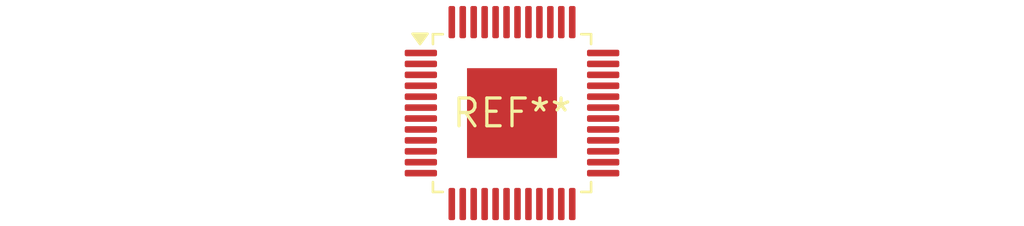
<source format=kicad_pcb>
(kicad_pcb (version 20240108) (generator pcbnew)
  (layers (0 "F.Cu" signal) (31 "B.Cu" signal) (34 "B.Paste" user) (35 "F.Paste" user) (36 "B.SilkS" user "B.Silkscreen") (37 "F.SilkS" user "F.Silkscreen") (38 "B.Mask" user) (39 "F.Mask" user) (44 "Edge.Cuts" user))
  (net 0 "")
  (footprint "TQFP-48-1EP_7x7mm_P0.5mm_EP4.11x4.11mm" (layer "F.Cu") (at 0 0)
    (property "Reference" "REF**")
    (property "Value" "TQFP-48-1EP_7x7mm_P0.5mm_EP4.11x4.11mm")
    (fp_line (start -3.61 -3.61) (end -3.61 -3.16) (layer "F.SilkS") (stroke (width 0.12)))
    (fp_line (start -3.61 3.61) (end -3.61 3.16) (layer "F.SilkS") (stroke (width 0.12)))
    (fp_line (start -3.16 -3.61) (end -3.61 -3.61) (layer "F.SilkS") (stroke (width 0.12)))
    (fp_line (start -3.16 3.61) (end -3.61 3.61) (layer "F.SilkS") (stroke (width 0.12)))
    (fp_line (start 3.16 -3.61) (end 3.61 -3.61) (layer "F.SilkS") (stroke (width 0.12)))
    (fp_line (start 3.16 3.61) (end 3.61 3.61) (layer "F.SilkS") (stroke (width 0.12)))
    (fp_line (start 3.61 -3.61) (end 3.61 -3.16) (layer "F.SilkS") (stroke (width 0.12)))
    (fp_line (start 3.61 3.61) (end 3.61 3.16) (layer "F.SilkS") (stroke (width 0.12)))
    (fp_poly (pts (xy -4.2 -3.16) (xy -4.54 -3.63) (xy -3.86 -3.63) (xy -4.2 -3.16)) (layer "F.SilkS") (stroke (width 0.12)) (fill solid))
    (pad "1" smd roundrect (at -4.1625 -2.75) (size 1.475 0.3) (layers "F.Cu" "F.Paste" "F.Mask"))
    (pad "2" smd roundrect (at -4.1625 -2.25) (size 1.475 0.3) (layers "F.Cu" "F.Paste" "F.Mask"))
    (pad "3" smd roundrect (at -4.1625 -1.75) (size 1.475 0.3) (layers "F.Cu" "F.Paste" "F.Mask"))
    (pad "4" smd roundrect (at -4.1625 -1.25) (size 1.475 0.3) (layers "F.Cu" "F.Paste" "F.Mask"))
    (pad "5" smd roundrect (at -4.1625 -0.75) (size 1.475 0.3) (layers "F.Cu" "F.Paste" "F.Mask"))
    (pad "6" smd roundrect (at -4.1625 -0.25) (size 1.475 0.3) (layers "F.Cu" "F.Paste" "F.Mask"))
    (pad "7" smd roundrect (at -4.1625 0.25) (size 1.475 0.3) (layers "F.Cu" "F.Paste" "F.Mask"))
    (pad "8" smd roundrect (at -4.1625 0.75) (size 1.475 0.3) (layers "F.Cu" "F.Paste" "F.Mask"))
    (pad "9" smd roundrect (at -4.1625 1.25) (size 1.475 0.3) (layers "F.Cu" "F.Paste" "F.Mask"))
    (pad "10" smd roundrect (at -4.1625 1.75) (size 1.475 0.3) (layers "F.Cu" "F.Paste" "F.Mask"))
    (pad "11" smd roundrect (at -4.1625 2.25) (size 1.475 0.3) (layers "F.Cu" "F.Paste" "F.Mask"))
    (pad "12" smd roundrect (at -4.1625 2.75) (size 1.475 0.3) (layers "F.Cu" "F.Paste" "F.Mask"))
    (pad "13" smd roundrect (at -2.75 4.1625) (size 0.3 1.475) (layers "F.Cu" "F.Paste" "F.Mask"))
    (pad "14" smd roundrect (at -2.25 4.1625) (size 0.3 1.475) (layers "F.Cu" "F.Paste" "F.Mask"))
    (pad "15" smd roundrect (at -1.75 4.1625) (size 0.3 1.475) (layers "F.Cu" "F.Paste" "F.Mask"))
    (pad "16" smd roundrect (at -1.25 4.1625) (size 0.3 1.475) (layers "F.Cu" "F.Paste" "F.Mask"))
    (pad "17" smd roundrect (at -0.75 4.1625) (size 0.3 1.475) (layers "F.Cu" "F.Paste" "F.Mask"))
    (pad "18" smd roundrect (at -0.25 4.1625) (size 0.3 1.475) (layers "F.Cu" "F.Paste" "F.Mask"))
    (pad "19" smd roundrect (at 0.25 4.1625) (size 0.3 1.475) (layers "F.Cu" "F.Paste" "F.Mask"))
    (pad "20" smd roundrect (at 0.75 4.1625) (size 0.3 1.475) (layers "F.Cu" "F.Paste" "F.Mask"))
    (pad "21" smd roundrect (at 1.25 4.1625) (size 0.3 1.475) (layers "F.Cu" "F.Paste" "F.Mask"))
    (pad "22" smd roundrect (at 1.75 4.1625) (size 0.3 1.475) (layers "F.Cu" "F.Paste" "F.Mask"))
    (pad "23" smd roundrect (at 2.25 4.1625) (size 0.3 1.475) (layers "F.Cu" "F.Paste" "F.Mask"))
    (pad "24" smd roundrect (at 2.75 4.1625) (size 0.3 1.475) (layers "F.Cu" "F.Paste" "F.Mask"))
    (pad "25" smd roundrect (at 4.1625 2.75) (size 1.475 0.3) (layers "F.Cu" "F.Paste" "F.Mask"))
    (pad "26" smd roundrect (at 4.1625 2.25) (size 1.475 0.3) (layers "F.Cu" "F.Paste" "F.Mask"))
    (pad "27" smd roundrect (at 4.1625 1.75) (size 1.475 0.3) (layers "F.Cu" "F.Paste" "F.Mask"))
    (pad "28" smd roundrect (at 4.1625 1.25) (size 1.475 0.3) (layers "F.Cu" "F.Paste" "F.Mask"))
    (pad "29" smd roundrect (at 4.1625 0.75) (size 1.475 0.3) (layers "F.Cu" "F.Paste" "F.Mask"))
    (pad "30" smd roundrect (at 4.1625 0.25) (size 1.475 0.3) (layers "F.Cu" "F.Paste" "F.Mask"))
    (pad "31" smd roundrect (at 4.1625 -0.25) (size 1.475 0.3) (layers "F.Cu" "F.Paste" "F.Mask"))
    (pad "32" smd roundrect (at 4.1625 -0.75) (size 1.475 0.3) (layers "F.Cu" "F.Paste" "F.Mask"))
    (pad "33" smd roundrect (at 4.1625 -1.25) (size 1.475 0.3) (layers "F.Cu" "F.Paste" "F.Mask"))
    (pad "34" smd roundrect (at 4.1625 -1.75) (size 1.475 0.3) (layers "F.Cu" "F.Paste" "F.Mask"))
    (pad "35" smd roundrect (at 4.1625 -2.25) (size 1.475 0.3) (layers "F.Cu" "F.Paste" "F.Mask"))
    (pad "36" smd roundrect (at 4.1625 -2.75) (size 1.475 0.3) (layers "F.Cu" "F.Paste" "F.Mask"))
    (pad "37" smd roundrect (at 2.75 -4.1625) (size 0.3 1.475) (layers "F.Cu" "F.Paste" "F.Mask"))
    (pad "38" smd roundrect (at 2.25 -4.1625) (size 0.3 1.475) (layers "F.Cu" "F.Paste" "F.Mask"))
    (pad "39" smd roundrect (at 1.75 -4.1625) (size 0.3 1.475) (layers "F.Cu" "F.Paste" "F.Mask"))
    (pad "40" smd roundrect (at 1.25 -4.1625) (size 0.3 1.475) (layers "F.Cu" "F.Paste" "F.Mask"))
    (pad "41" smd roundrect (at 0.75 -4.1625) (size 0.3 1.475) (layers "F.Cu" "F.Paste" "F.Mask"))
    (pad "42" smd roundrect (at 0.25 -4.1625) (size 0.3 1.475) (layers "F.Cu" "F.Paste" "F.Mask"))
    (pad "43" smd roundrect (at -0.25 -4.1625) (size 0.3 1.475) (layers "F.Cu" "F.Paste" "F.Mask"))
    (pad "44" smd roundrect (at -0.75 -4.1625) (size 0.3 1.475) (layers "F.Cu" "F.Paste" "F.Mask"))
    (pad "45" smd roundrect (at -1.25 -4.1625) (size 0.3 1.475) (layers "F.Cu" "F.Paste" "F.Mask"))
    (pad "46" smd roundrect (at -1.75 -4.1625) (size 0.3 1.475) (layers "F.Cu" "F.Paste" "F.Mask"))
    (pad "47" smd roundrect (at -2.25 -4.1625) (size 0.3 1.475) (layers "F.Cu" "F.Paste" "F.Mask"))
    (pad "48" smd roundrect (at -2.75 -4.1625) (size 0.3 1.475) (layers "F.Cu" "F.Paste" "F.Mask"))
    (pad "49" smd rect (at 0 0) (size 4.11 4.11) (property pad_prop_heatsink) (layers "F.Cu" "F.Mask"))
  )
)
</source>
